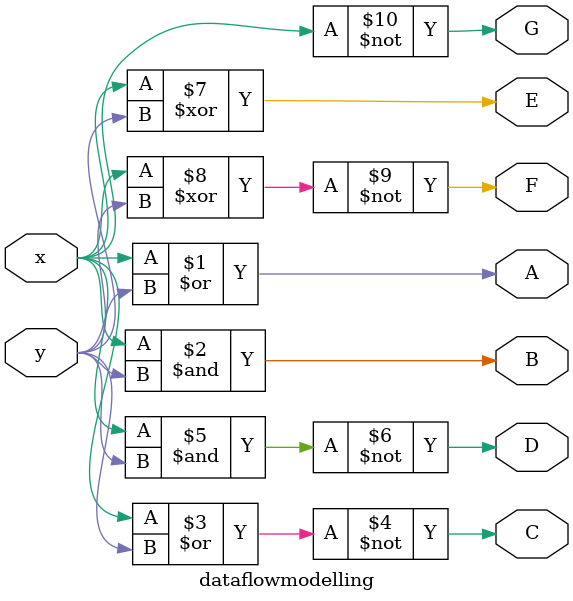
<source format=v>
module testbench();
	reg x1,y1;
	wire A1,B1,C1,D1,E1,F1,G1;
	dataflowmodelling tst(x1,y1,A1,B1,C1,D1,E1,F1,G1);
	initial 
	begin
		$monitor($time,"x1=%b,y1=%b,A1=%b,B1=%b,C1=%b,D1=%b,E1=%b,F1=%b,G1=%b",x1,y1,A1,B1,C1,D1,E1,F1,G1);
		x1='b0;y1='b0; //1
		#100
		x1='b0;y1='b1; //2
		#100
		x1='b1;y1='b0; //3
		#100
		x1='b1;y1='b1; //4
	end
endmodule

module dataflowmodelling(x,y,A,B,C,D,E,F,G);
input x,y;
output A,B,C,D,E,F,G;
assign A = x|y; //or gate
assign B = x&y; //and gate
assign C = ~(x|y); //nor gate
assign D = ~(x&y); //nand gate
assign E = x^y; //xor gate
assign F = ~(x^y); //xnor gate
assign G = ~x; //not gate
endmodule
</source>
